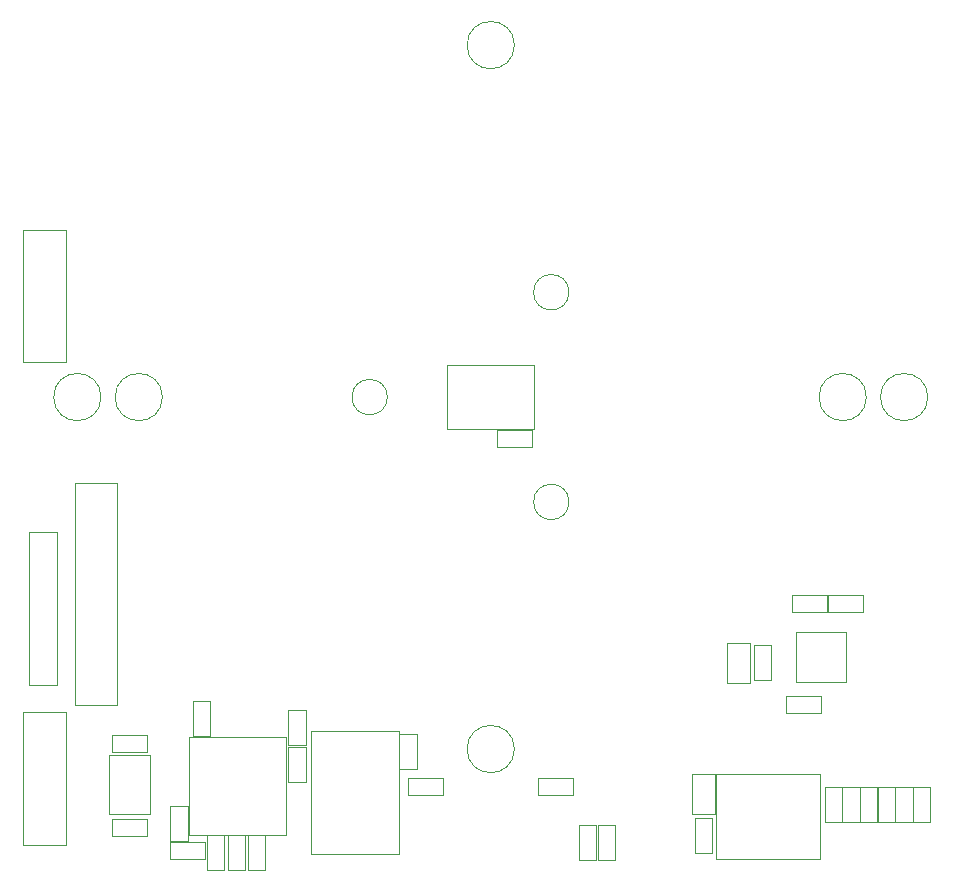
<source format=gbr>
%TF.GenerationSoftware,KiCad,Pcbnew,(6.0.5)*%
%TF.CreationDate,2023-11-22T15:14:02+07:00*%
%TF.ProjectId,view_base,76696577-5f62-4617-9365-2e6b69636164,rev?*%
%TF.SameCoordinates,Original*%
%TF.FileFunction,Other,User*%
%FSLAX46Y46*%
G04 Gerber Fmt 4.6, Leading zero omitted, Abs format (unit mm)*
G04 Created by KiCad (PCBNEW (6.0.5)) date 2023-11-22 15:14:02*
%MOMM*%
%LPD*%
G01*
G04 APERTURE LIST*
%ADD10C,0.050000*%
G04 APERTURE END LIST*
D10*
%TO.C,H3*%
X106625400Y-91122500D02*
G75*
G03*
X106625400Y-91122500I-1500000J0D01*
G01*
%TO.C,H1*%
X106625400Y-108877500D02*
G75*
G03*
X106625400Y-108877500I-1500000J0D01*
G01*
%TO.C,H2*%
X91249100Y-100000000D02*
G75*
G03*
X91249100Y-100000000I-1500000J0D01*
G01*
%TO.C,H4*%
X102000000Y-129800000D02*
G75*
G03*
X102000000Y-129800000I-2000000J0D01*
G01*
%TO.C,H5*%
X72200000Y-100000000D02*
G75*
G03*
X72200000Y-100000000I-2000000J0D01*
G01*
%TO.C,H6*%
X102000000Y-70200000D02*
G75*
G03*
X102000000Y-70200000I-2000000J0D01*
G01*
%TO.C,H7*%
X131800000Y-100000000D02*
G75*
G03*
X131800000Y-100000000I-2000000J0D01*
G01*
%TO.C,R1*%
X95980000Y-133730000D02*
X93020000Y-133730000D01*
X93020000Y-133730000D02*
X93020000Y-132270000D01*
X95980000Y-132270000D02*
X95980000Y-133730000D01*
X93020000Y-132270000D02*
X95980000Y-132270000D01*
%TO.C,R2*%
X106980000Y-133730000D02*
X104020000Y-133730000D01*
X106980000Y-132270000D02*
X106980000Y-133730000D01*
X104020000Y-133730000D02*
X104020000Y-132270000D01*
X104020000Y-132270000D02*
X106980000Y-132270000D01*
%TO.C,U2*%
X74460000Y-137040000D02*
X74460000Y-128810000D01*
X82690000Y-128810000D02*
X74460000Y-128810000D01*
X82690000Y-137040000D02*
X74460000Y-137040000D01*
X82690000Y-137040000D02*
X82690000Y-128810000D01*
%TO.C,C11*%
X93730000Y-131480000D02*
X92270000Y-131480000D01*
X92270000Y-131480000D02*
X92270000Y-128520000D01*
X93730000Y-128520000D02*
X93730000Y-131480000D01*
X92270000Y-128520000D02*
X93730000Y-128520000D01*
%TO.C,C13*%
X120020000Y-124200000D02*
X120020000Y-120800000D01*
X121980000Y-124200000D02*
X120020000Y-124200000D01*
X121980000Y-120800000D02*
X121980000Y-124200000D01*
X120020000Y-120800000D02*
X121980000Y-120800000D01*
%TO.C,C14*%
X122270000Y-121020000D02*
X123730000Y-121020000D01*
X123730000Y-123980000D02*
X122270000Y-123980000D01*
X122270000Y-123980000D02*
X122270000Y-121020000D01*
X123730000Y-121020000D02*
X123730000Y-123980000D01*
%TO.C,C15*%
X125020000Y-125270000D02*
X127980000Y-125270000D01*
X127980000Y-125270000D02*
X127980000Y-126730000D01*
X125020000Y-126730000D02*
X125020000Y-125270000D01*
X127980000Y-126730000D02*
X125020000Y-126730000D01*
%TO.C,C17*%
X128520000Y-116770000D02*
X131480000Y-116770000D01*
X131480000Y-118230000D02*
X128520000Y-118230000D01*
X131480000Y-116770000D02*
X131480000Y-118230000D01*
X128520000Y-118230000D02*
X128520000Y-116770000D01*
%TO.C,U6*%
X119100000Y-131900000D02*
X119100000Y-139100000D01*
X127900000Y-139100000D02*
X127900000Y-131900000D01*
X119100000Y-139100000D02*
X127900000Y-139100000D01*
X127900000Y-131900000D02*
X119100000Y-131900000D01*
%TO.C,U3*%
X84800000Y-128300000D02*
X84800000Y-138700000D01*
X92200000Y-138700000D02*
X92200000Y-128300000D01*
X84800000Y-138700000D02*
X92200000Y-138700000D01*
X92200000Y-128300000D02*
X84800000Y-128300000D01*
%TO.C,U5*%
X130120000Y-119880000D02*
X125880000Y-119880000D01*
X125880000Y-119880000D02*
X125880000Y-124120000D01*
X130120000Y-124120000D02*
X130120000Y-119880000D01*
X125880000Y-124120000D02*
X130120000Y-124120000D01*
%TO.C,C21*%
X128480000Y-116770000D02*
X128480000Y-118230000D01*
X128480000Y-118230000D02*
X125520000Y-118230000D01*
X125520000Y-118230000D02*
X125520000Y-116770000D01*
X125520000Y-116770000D02*
X128480000Y-116770000D01*
%TO.C,U1*%
X103700000Y-102700000D02*
X103700000Y-97300000D01*
X96300000Y-102700000D02*
X103700000Y-102700000D01*
X103700000Y-97300000D02*
X96300000Y-97300000D01*
X96300000Y-97300000D02*
X96300000Y-102700000D01*
%TO.C,C20*%
X100520000Y-102770000D02*
X103480000Y-102770000D01*
X100520000Y-104230000D02*
X100520000Y-102770000D01*
X103480000Y-104230000D02*
X100520000Y-104230000D01*
X103480000Y-102770000D02*
X103480000Y-104230000D01*
%TO.C,R7*%
X128270000Y-135980000D02*
X128270000Y-133020000D01*
X129730000Y-135980000D02*
X128270000Y-135980000D01*
X128270000Y-133020000D02*
X129730000Y-133020000D01*
X129730000Y-133020000D02*
X129730000Y-135980000D01*
%TO.C,R8*%
X131230000Y-133020000D02*
X131230000Y-135980000D01*
X129770000Y-133020000D02*
X131230000Y-133020000D01*
X129770000Y-135980000D02*
X129770000Y-133020000D01*
X131230000Y-135980000D02*
X129770000Y-135980000D01*
%TO.C,R12*%
X135770000Y-135980000D02*
X135770000Y-133020000D01*
X137230000Y-135980000D02*
X135770000Y-135980000D01*
X137230000Y-133020000D02*
X137230000Y-135980000D01*
X135770000Y-133020000D02*
X137230000Y-133020000D01*
%TO.C,R9*%
X131270000Y-133020000D02*
X132730000Y-133020000D01*
X132730000Y-133020000D02*
X132730000Y-135980000D01*
X132730000Y-135980000D02*
X131270000Y-135980000D01*
X131270000Y-135980000D02*
X131270000Y-133020000D01*
%TO.C,R10*%
X132770000Y-133020000D02*
X134230000Y-133020000D01*
X132770000Y-135980000D02*
X132770000Y-133020000D01*
X134230000Y-133020000D02*
X134230000Y-135980000D01*
X134230000Y-135980000D02*
X132770000Y-135980000D01*
%TO.C,R11*%
X135730000Y-133020000D02*
X135730000Y-135980000D01*
X135730000Y-135980000D02*
X134270000Y-135980000D01*
X134270000Y-135980000D02*
X134270000Y-133020000D01*
X134270000Y-133020000D02*
X135730000Y-133020000D01*
%TO.C,C10*%
X118980000Y-135300000D02*
X117020000Y-135300000D01*
X117020000Y-135300000D02*
X117020000Y-131900000D01*
X117020000Y-131900000D02*
X118980000Y-131900000D01*
X118980000Y-131900000D02*
X118980000Y-135300000D01*
%TO.C,C9*%
X117270000Y-135620000D02*
X118730000Y-135620000D01*
X118730000Y-135620000D02*
X118730000Y-138580000D01*
X117270000Y-138580000D02*
X117270000Y-135620000D01*
X118730000Y-138580000D02*
X117270000Y-138580000D01*
%TO.C,H8*%
X137000000Y-100000000D02*
G75*
G03*
X137000000Y-100000000I-2000000J0D01*
G01*
%TO.C,H9*%
X67000000Y-100000000D02*
G75*
G03*
X67000000Y-100000000I-2000000J0D01*
G01*
%TO.C,R3*%
X67917500Y-135695000D02*
X70877500Y-135695000D01*
X70877500Y-137155000D02*
X67917500Y-137155000D01*
X67917500Y-137155000D02*
X67917500Y-135695000D01*
X70877500Y-135695000D02*
X70877500Y-137155000D01*
%TO.C,J6*%
X68400000Y-107240000D02*
X64800000Y-107240000D01*
X64800000Y-126090000D02*
X68400000Y-126090000D01*
X68400000Y-126090000D02*
X68400000Y-107240000D01*
X64800000Y-107240000D02*
X64800000Y-126090000D01*
%TO.C,C1*%
X72870000Y-137580000D02*
X72870000Y-134620000D01*
X74330000Y-134620000D02*
X74330000Y-137580000D01*
X72870000Y-134620000D02*
X74330000Y-134620000D01*
X74330000Y-137580000D02*
X72870000Y-137580000D01*
%TO.C,C4*%
X75780000Y-139130000D02*
X72820000Y-139130000D01*
X72820000Y-139130000D02*
X72820000Y-137670000D01*
X75780000Y-137670000D02*
X75780000Y-139130000D01*
X72820000Y-137670000D02*
X75780000Y-137670000D01*
%TO.C,C2*%
X76230000Y-125720000D02*
X76230000Y-128680000D01*
X76230000Y-128680000D02*
X74770000Y-128680000D01*
X74770000Y-125720000D02*
X76230000Y-125720000D01*
X74770000Y-128680000D02*
X74770000Y-125720000D01*
%TO.C,J5*%
X60400000Y-137900000D02*
X64000000Y-137900000D01*
X64000000Y-126700000D02*
X60400000Y-126700000D01*
X60400000Y-126700000D02*
X60400000Y-137900000D01*
X64000000Y-137900000D02*
X64000000Y-126700000D01*
%TO.C,C12*%
X79230000Y-140080000D02*
X77770000Y-140080000D01*
X77770000Y-140080000D02*
X77770000Y-137120000D01*
X79230000Y-137120000D02*
X79230000Y-140080000D01*
X77770000Y-137120000D02*
X79230000Y-137120000D01*
%TO.C,C5*%
X109070000Y-136195000D02*
X110530000Y-136195000D01*
X110530000Y-136195000D02*
X110530000Y-139155000D01*
X109070000Y-139155000D02*
X109070000Y-136195000D01*
X110530000Y-139155000D02*
X109070000Y-139155000D01*
%TO.C,R4*%
X67917500Y-128595000D02*
X70877500Y-128595000D01*
X70877500Y-130055000D02*
X67917500Y-130055000D01*
X70877500Y-128595000D02*
X70877500Y-130055000D01*
X67917500Y-130055000D02*
X67917500Y-128595000D01*
%TO.C,C16*%
X84330000Y-129620000D02*
X84330000Y-132580000D01*
X84330000Y-132580000D02*
X82870000Y-132580000D01*
X82870000Y-132580000D02*
X82870000Y-129620000D01*
X82870000Y-129620000D02*
X84330000Y-129620000D01*
%TO.C,C8*%
X77430000Y-137120000D02*
X77430000Y-140080000D01*
X77430000Y-140080000D02*
X75970000Y-140080000D01*
X75970000Y-140080000D02*
X75970000Y-137120000D01*
X75970000Y-137120000D02*
X77430000Y-137120000D01*
%TO.C,C3*%
X108930000Y-139155000D02*
X107470000Y-139155000D01*
X107470000Y-139155000D02*
X107470000Y-136195000D01*
X107470000Y-136195000D02*
X108930000Y-136195000D01*
X108930000Y-136195000D02*
X108930000Y-139155000D01*
%TO.C,C7*%
X84330000Y-126520000D02*
X84330000Y-129480000D01*
X82870000Y-129480000D02*
X82870000Y-126520000D01*
X84330000Y-129480000D02*
X82870000Y-129480000D01*
X82870000Y-126520000D02*
X84330000Y-126520000D01*
%TO.C,U4*%
X67685000Y-135325000D02*
X67685000Y-130325000D01*
X67685000Y-130325000D02*
X71185000Y-130325000D01*
X71185000Y-130325000D02*
X71185000Y-135325000D01*
X71185000Y-135325000D02*
X67685000Y-135325000D01*
%TO.C,J7*%
X63250000Y-111400000D02*
X60950000Y-111400000D01*
X63250000Y-124400000D02*
X63250000Y-111400000D01*
X60950000Y-124400000D02*
X63250000Y-124400000D01*
X60950000Y-111400000D02*
X60950000Y-124400000D01*
%TO.C,J3*%
X64000000Y-97020000D02*
X64000000Y-85820000D01*
X60400000Y-85820000D02*
X60400000Y-97020000D01*
X64000000Y-85820000D02*
X60400000Y-85820000D01*
X60400000Y-97020000D02*
X64000000Y-97020000D01*
%TO.C,C6*%
X80930000Y-140080000D02*
X79470000Y-140080000D01*
X79470000Y-137120000D02*
X80930000Y-137120000D01*
X80930000Y-137120000D02*
X80930000Y-140080000D01*
X79470000Y-140080000D02*
X79470000Y-137120000D01*
%TD*%
M02*

</source>
